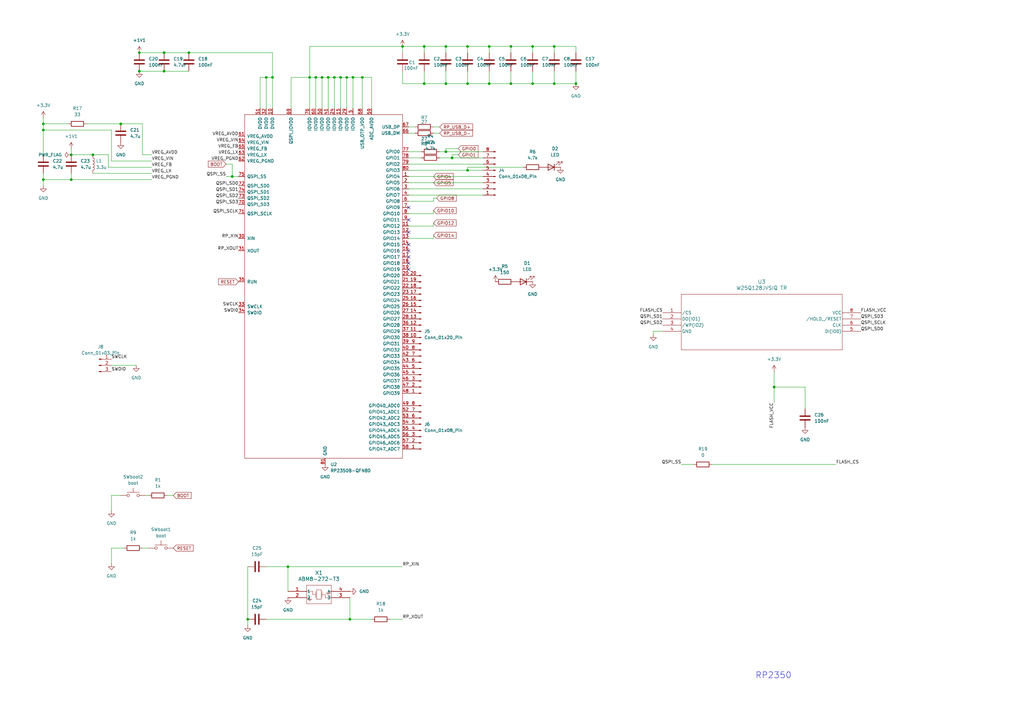
<source format=kicad_sch>
(kicad_sch (version 20250114) (generator "eeschema") (generator_version "9.0")
  (paper "A3")
  (lib_symbols
    (symbol "ABM8-272-T3_C20625731:ABM8-272-T3" (pin_names (offset 0.254))
      (property "Reference" "X" (at 12.7 7.62 0))
      (property "Value" "ABM8-272-T3" (at 12.7 5.08 0))
      (symbol "ABM8-272-T3_0_1"
        (pin unspecified line (at 0 0 0) (length 7.62) (name "1") (number "1"))
        (pin unspecified line (at 0 -2.54 0) (length 7.62) (name "2") (number "2"))
        (pin unspecified line (at 25.4 0 180) (length 7.62) (name "4") (number "4"))
        (pin unspecified line (at 25.4 -2.54 180) (length 7.62) (name "3") (number "3"))
      )
    )
    (symbol "Connector:Conn_01x03_Pin" (pin_names (offset 1.016) (hide yes))
      (property "Reference" "J" (at 0 5.08 0))
      (property "Value" "Conn_01x03_Pin" (at 0 -5.08 0))
      (symbol "Conn_01x03_Pin_1_1"
        (pin passive line (at 5.08 2.54 180) (length 3.81) (name "Pin_1") (number "1"))
        (pin passive line (at 5.08 0 180) (length 3.81) (name "Pin_2") (number "2"))
        (pin passive line (at 5.08 -2.54 180) (length 3.81) (name "Pin_3") (number "3"))
      )
    )
    (symbol "Connector:Conn_01x08_Pin" (pin_names (offset 1.016) (hide yes))
      (property "Reference" "J" (at 0 10.16 0))
      (property "Value" "Conn_01x08_Pin" (at 0 -12.7 0))
      (symbol "Conn_01x08_Pin_1_1"
        (pin passive line (at 5.08 7.62 180) (length 3.81) (name "Pin_1") (number "1"))
        (pin passive line (at 5.08 5.08 180) (length 3.81) (name "Pin_2") (number "2"))
        (pin passive line (at 5.08 2.54 180) (length 3.81) (name "Pin_3") (number "3"))
        (pin passive line (at 5.08 0 180) (length 3.81) (name "Pin_4") (number "4"))
        (pin passive line (at 5.08 -2.54 180) (length 3.81) (name "Pin_5") (number "5"))
        (pin passive line (at 5.08 -5.08 180) (length 3.81) (name "Pin_6") (number "6"))
        (pin passive line (at 5.08 -7.62 180) (length 3.81) (name "Pin_7") (number "7"))
        (pin passive line (at 5.08 -10.16 180) (length 3.81) (name "Pin_8") (number "8"))
      )
    )
    (symbol "Connector:Conn_01x20_Pin" (pin_names (offset 1.016) (hide yes))
      (property "Reference" "J" (at 0 25.4 0))
      (property "Value" "Conn_01x20_Pin" (at 0 -27.94 0))
      (symbol "Conn_01x20_Pin_1_1"
        (pin passive line (at 5.08 22.86 180) (length 3.81) (name "Pin_1") (number "1"))
        (pin passive line (at 5.08 20.32 180) (length 3.81) (name "Pin_2") (number "2"))
        (pin passive line (at 5.08 17.78 180) (length 3.81) (name "Pin_3") (number "3"))
        (pin passive line (at 5.08 15.24 180) (length 3.81) (name "Pin_4") (number "4"))
        (pin passive line (at 5.08 12.7 180) (length 3.81) (name "Pin_5") (number "5"))
        (pin passive line (at 5.08 10.16 180) (length 3.81) (name "Pin_6") (number "6"))
        (pin passive line (at 5.08 7.62 180) (length 3.81) (name "Pin_7") (number "7"))
        (pin passive line (at 5.08 5.08 180) (length 3.81) (name "Pin_8") (number "8"))
        (pin passive line (at 5.08 2.54 180) (length 3.81) (name "Pin_9") (number "9"))
        (pin passive line (at 5.08 0 180) (length 3.81) (name "Pin_10") (number "10"))
        (pin passive line (at 5.08 -2.54 180) (length 3.81) (name "Pin_11") (number "11"))
        (pin passive line (at 5.08 -5.08 180) (length 3.81) (name "Pin_12") (number "12"))
        (pin passive line (at 5.08 -7.62 180) (length 3.81) (name "Pin_13") (number "13"))
        (pin passive line (at 5.08 -10.16 180) (length 3.81) (name "Pin_14") (number "14"))
        (pin passive line (at 5.08 -12.7 180) (length 3.81) (name "Pin_15") (number "15"))
        (pin passive line (at 5.08 -15.24 180) (length 3.81) (name "Pin_16") (number "16"))
        (pin passive line (at 5.08 -17.78 180) (length 3.81) (name "Pin_17") (number "17"))
        (pin passive line (at 5.08 -20.32 180) (length 3.81) (name "Pin_18") (number "18"))
        (pin passive line (at 5.08 -22.86 180) (length 3.81) (name "Pin_19") (number "19"))
        (pin passive line (at 5.08 -25.4 180) (length 3.81) (name "Pin_20") (number "20"))
      )
    )
    (symbol "Device:C" (pin_numbers (hide yes)) (pin_names (offset 0.254))
      (property "Reference" "C" (at 0.635 2.54 0))
      (property "Value" "C" (at 0.635 -2.54 0))
      (symbol "C_1_1"
        (pin passive line (at 0 3.81 270) (length 2.794) (name "~") (number "1"))
        (pin passive line (at 0 -3.81 90) (length 2.794) (name "~") (number "2"))
      )
    )
    (symbol "Device:L" (pin_numbers (hide yes)) (pin_names (offset 1.016) (hide yes))
      (property "Reference" "L" (at -1.27 0 90))
      (property "Value" "L" (at 1.905 0 90))
      (symbol "L_1_1"
        (pin passive line (at 0 3.81 270) (length 1.27) (name "1") (number "1"))
        (pin passive line (at 0 -3.81 90) (length 1.27) (name "2") (number "2"))
      )
    )
    (symbol "Device:LED" (pin_numbers (hide yes)) (pin_names (offset 1.016) (hide yes))
      (property "Reference" "D" (at 0 2.54 0))
      (property "Value" "LED" (at 0 -2.54 0))
      (symbol "LED_1_1"
        (pin passive line (at -3.81 0 0) (length 2.54) (name "K") (number "1"))
        (pin passive line (at 3.81 0 180) (length 2.54) (name "A") (number "2"))
      )
    )
    (symbol "Device:R" (pin_numbers (hide yes)) (pin_names (offset 0))
      (property "Reference" "R" (at 2.032 0 90))
      (property "Value" "R" (at 0 0 90))
      (symbol "R_1_1"
        (pin passive line (at 0 3.81 270) (length 1.27) (name "~") (number "1"))
        (pin passive line (at 0 -3.81 90) (length 1.27) (name "~") (number "2"))
      )
    )
    (symbol "Switch:SW_Push" (pin_numbers (hide yes)) (pin_names (offset 1.016) (hide yes))
      (property "Reference" "SW" (at 1.27 2.54 0))
      (property "Value" "SW_Push" (at 0 -1.524 0))
      (symbol "SW_Push_0_1"
        (pin passive line (at -5.08 0 0) (length 2.54) (name "1") (number "1"))
        (pin passive line (at 5.08 0 180) (length 2.54) (name "2") (number "2"))
      )
    )
    (symbol "W25Q128JVSIQ_TR:W25Q128JVSIQ_TR" (pin_names (offset 0.254))
      (property "Reference" "U" (at 40.64 12.7 0))
      (property "Value" "W25Q128JVSIQ TR" (at 40.64 10.16 0))
      (symbol "W25Q128JVSIQ_TR_0_1"
        (pin input line (at 0 0 0) (length 7.62) (name "/CS") (number "1"))
        (pin bidirectional line (at 0 -2.54 0) (length 7.62) (name "DO(IO1)") (number "2"))
        (pin bidirectional line (at 0 -5.08 0) (length 7.62) (name "/WP(IO2)") (number "3"))
        (pin power_in line (at 81.28 0 180) (length 7.62) (name "VCC") (number "8"))
        (pin bidirectional line (at 81.28 -2.54 180) (length 7.62) (name "/HOLD_/RESET") (number "7"))
        (pin input line (at 81.28 -5.08 180) (length 7.62) (name "CLK") (number "6"))
        (pin bidirectional line (at 81.28 -7.62 180) (length 7.62) (name "DI(IO0)") (number "5"))
      )
      (symbol "W25Q128JVSIQ_TR_1_1"
        (pin input line (at 0 -7.62 0) (length 7.62) (name "GND") (number "4"))
      )
    )
    (symbol "power:+1V1" (power) (pin_numbers (hide yes)) (pin_names (offset 0) (hide yes))
      (property "Value" "+1V1" (at 0 3.556 0))
      (symbol "+1V1_1_1"
        (pin power_in line (at 0 0 90) (length 0) (name "~") (number "1"))
      )
    )
    (symbol "power:+3.3V" (power) (pin_numbers (hide yes)) (pin_names (offset 0) (hide yes))
      (property "Value" "+3.3V" (at 0 3.556 0))
      (symbol "+3.3V_1_1"
        (pin power_in line (at 0 0 90) (length 0) (name "~") (number "1"))
      )
    )
    (symbol "power:GND" (power) (pin_numbers (hide yes)) (pin_names (offset 0) (hide yes))
      (property "Value" "GND" (at 0 -3.81 0))
      (symbol "GND_1_1"
        (pin power_in line (at 0 0 270) (length 0) (name "~") (number "1"))
      )
    )
    (symbol "power:PWR_FLAG" (power) (pin_numbers (hide yes)) (pin_names (offset 0) (hide yes))
      (property "Value" "PWR_FLAG" (at 0 3.81 0))
      (symbol "PWR_FLAG_0_0"
        (pin power_out line (at 0 0 90) (length 0) (name "~") (number "1"))
      )
    )
    (symbol "rp2350b-qfn80:RP2350B-QFN80" (pin_names (offset 1.016))
      (property "Reference" "U" (at 0 -1.27 0))
      (property "Value" "RP2350B-QFN80" (at 0 1.27 0))
      (symbol "RP2350B-QFN80_1_0"
        (pin passive line (at 0 -77.47 90) (length 2.54) (name "GND") (number "81"))
      )
      (symbol "RP2350B-QFN80_1_1"
        (pin power_in line (at -35.56 57.15 0) (length 2.54) (name "VREG_AVDD") (number "61"))
        (pin power_in line (at -35.56 54.61 0) (length 2.54) (name "VREG_VIN") (number "64"))
        (pin power_in line (at -35.56 52.07 0) (length 2.54) (name "VREG_FB") (number "65"))
        (pin power_out line (at -35.56 49.53 0) (length 2.54) (name "VREG_LX") (number "63"))
        (pin passive line (at -35.56 46.99 0) (length 2.54) (name "VREG_PGND") (number "62"))
        (pin bidirectional line (at -35.56 40.64 0) (length 2.54) (name "QSPI_SS") (number "75"))
        (pin bidirectional line (at -35.56 36.83 0) (length 2.54) (name "QSPI_SD0") (number "72"))
        (pin bidirectional line (at -35.56 34.29 0) (length 2.54) (name "QSPI_SD1") (number "74"))
        (pin bidirectional line (at -35.56 31.75 0) (length 2.54) (name "QSPI_SD2") (number "73"))
        (pin bidirectional line (at -35.56 29.21 0) (length 2.54) (name "QSPI_SD3") (number "70"))
        (pin bidirectional line (at -35.56 25.4 0) (length 2.54) (name "QSPI_SCLK") (number "71"))
        (pin input line (at -35.56 15.24 0) (length 2.54) (name "XIN") (number "30"))
        (pin output line (at -35.56 10.16 0) (length 2.54) (name "XOUT") (number "31"))
        (pin input line (at -35.56 -2.54 0) (length 2.54) (name "RUN") (number "35"))
        (pin bidirectional line (at -35.56 -12.7 0) (length 2.54) (name "SWCLK") (number "33"))
        (pin bidirectional line (at -35.56 -15.24 0) (length 2.54) (name "SWDIO") (number "34"))
        (pin power_in line (at -26.67 68.58 270) (length 2.54) (name "DVDD") (number "51"))
        (pin power_in line (at -24.13 68.58 270) (length 2.54) (name "DVDD") (number "32"))
        (pin power_in line (at -21.59 68.58 270) (length 2.54) (name "DVDD") (number "10"))
        (pin bidirectional line (at -13.97 68.58 270) (length 2.54) (name "QSPI_IOVDD") (number "69"))
        (pin power_in line (at -6.35 68.58 270) (length 2.54) (name "IOVDD") (number "76"))
        (pin power_in line (at -3.81 68.58 270) (length 2.54) (name "IOVDD") (number "60"))
        (pin power_in line (at -1.27 68.58 270) (length 2.54) (name "IOVDD") (number "50"))
        (pin power_in line (at 1.27 68.58 270) (length 2.54) (name "IOVDD") (number "41"))
        (pin power_in line (at 3.81 68.58 270) (length 2.54) (name "IOVDD") (number "24"))
        (pin power_in line (at 6.35 68.58 270) (length 2.54) (name "IOVDD") (number "15"))
        (pin power_in line (at 8.89 68.58 270) (length 2.54) (name "IOVDD") (number "29"))
        (pin power_in line (at 11.43 68.58 270) (length 2.54) (name "IOVDD") (number "5"))
        (pin power_in line (at 15.24 68.58 270) (length 2.54) (name "USB_OTP_VDD") (number "68"))
        (pin power_in line (at 19.05 68.58 270) (length 2.54) (name "ADC_AVDD") (number "59"))
        (pin bidirectional line (at 34.29 60.96 180) (length 2.54) (name "USB_DP") (number "67"))
        (pin bidirectional line (at 34.29 58.42 180) (length 2.54) (name "USB_DM") (number "66"))
        (pin bidirectional line (at 34.29 50.8 180) (length 2.54) (name "GPIO0") (number "77"))
        (pin bidirectional line (at 34.29 48.26 180) (length 2.54) (name "GPIO1") (number "78"))
        (pin bidirectional line (at 34.29 45.72 180) (length 2.54) (name "GPIO2") (number "79"))
        (pin bidirectional line (at 34.29 43.18 180) (length 2.54) (name "GPIO3") (number "80"))
        (pin bidirectional line (at 34.29 40.64 180) (length 2.54) (name "GPIO4") (number "1"))
        (pin bidirectional line (at 34.29 38.1 180) (length 2.54) (name "GPIO5") (number "2"))
        (pin bidirectional line (at 34.29 35.56 180) (length 2.54) (name "GPIO6") (number "3"))
        (pin bidirectional line (at 34.29 33.02 180) (length 2.54) (name "GPIO7") (number "4"))
        (pin bidirectional line (at 34.29 30.48 180) (length 2.54) (name "GPIO8") (number "6"))
        (pin bidirectional line (at 34.29 27.94 180) (length 2.54) (name "GPIO9") (number "7"))
        (pin bidirectional line (at 34.29 25.4 180) (length 2.54) (name "GPIO10") (number "8"))
        (pin bidirectional line (at 34.29 22.86 180) (length 2.54) (name "GPIO11") (number "9"))
        (pin bidirectional line (at 34.29 20.32 180) (length 2.54) (name "GPIO12") (number "11"))
        (pin bidirectional line (at 34.29 17.78 180) (length 2.54) (name "GPIO13") (number "12"))
        (pin bidirectional line (at 34.29 15.24 180) (length 2.54) (name "GPIO14") (number "13"))
        (pin bidirectional line (at 34.29 12.7 180) (length 2.54) (name "GPIO15") (number "14"))
        (pin bidirectional line (at 34.29 10.16 180) (length 2.54) (name "GPIO16") (number "16"))
        (pin bidirectional line (at 34.29 7.62 180) (length 2.54) (name "GPIO17") (number "17"))
        (pin bidirectional line (at 34.29 5.08 180) (length 2.54) (name "GPIO18") (number "18"))
        (pin bidirectional line (at 34.29 2.54 180) (length 2.54) (name "GPIO19") (number "19"))
        (pin bidirectional line (at 34.29 0 180) (length 2.54) (name "GPIO20") (number "20"))
        (pin bidirectional line (at 34.29 -2.54 180) (length 2.54) (name "GPIO21") (number "21"))
        (pin bidirectional line (at 34.29 -5.08 180) (length 2.54) (name "GPIO22") (number "22"))
        (pin bidirectional line (at 34.29 -7.62 180) (length 2.54) (name "GPIO23") (number "23"))
        (pin bidirectional line (at 34.29 -10.16 180) (length 2.54) (name "GPIO24") (number "25"))
        (pin bidirectional line (at 34.29 -12.7 180) (length 2.54) (name "GPIO25") (number "26"))
        (pin bidirectional line (at 34.29 -15.24 180) (length 2.54) (name "GPIO26") (number "27"))
        (pin bidirectional line (at 34.29 -17.78 180) (length 2.54) (name "GPIO27") (number "28"))
        (pin bidirectional line (at 34.29 -20.32 180) (length 2.54) (name "GPIO28") (number "36"))
        (pin bidirectional line (at 34.29 -22.86 180) (length 2.54) (name "GPIO29") (number "37"))
        (pin bidirectional line (at 34.29 -25.4 180) (length 2.54) (name "GPIO30") (number "38"))
        (pin bidirectional line (at 34.29 -27.94 180) (length 2.54) (name "GPIO31") (number "39"))
        (pin bidirectional line (at 34.29 -30.48 180) (length 2.54) (name "GPIO32") (number "40"))
        (pin bidirectional line (at 34.29 -33.02 180) (length 2.54) (name "GPIO33") (number "42"))
        (pin bidirectional line (at 34.29 -35.56 180) (length 2.54) (name "GPIO34") (number "43"))
        (pin bidirectional line (at 34.29 -38.1 180) (length 2.54) (name "GPIO35") (number "44"))
        (pin bidirectional line (at 34.29 -40.64 180) (length 2.54) (name "GPIO36") (number "45"))
        (pin bidirectional line (at 34.29 -43.18 180) (length 2.54) (name "GPIO37") (number "46"))
        (pin bidirectional line (at 34.29 -45.72 180) (length 2.54) (name "GPIO38") (number "47"))
        (pin bidirectional line (at 34.29 -48.26 180) (length 2.54) (name "GPIO39") (number "48"))
        (pin bidirectional line (at 34.29 -53.34 180) (length 2.54) (name "GPIO40_ADC0") (number "49"))
        (pin bidirectional line (at 34.29 -55.88 180) (length 2.54) (name "GPIO41_ADC1") (number "52"))
        (pin bidirectional line (at 34.29 -58.42 180) (length 2.54) (name "GPIO42_ADC2") (number "53"))
        (pin bidirectional line (at 34.29 -60.96 180) (length 2.54) (name "GPIO43_ADC3") (number "54"))
        (pin bidirectional line (at 34.29 -63.5 180) (length 2.54) (name "GPIO44_ADC4") (number "55"))
        (pin bidirectional line (at 34.29 -66.04 180) (length 2.54) (name "GPIO45_ADC5") (number "56"))
        (pin bidirectional line (at 34.29 -68.58 180) (length 2.54) (name "GPIO46_ADC6") (number "57"))
        (pin bidirectional line (at 34.29 -71.12 180) (length 2.54) (name "GPIO47_ADC7") (number "58"))
      )
    )
  )
  (text "RP2350" (at 317.246 277.114 0) (effects (font (size 2.54 2.54))))
  (junction (at 137.16 31.75))
  (junction (at 127 31.75))
  (junction (at 57.15 21.59))
  (junction (at 200.66 34.29))
  (junction (at 143.51 254))
  (junction (at 17.78 73.66))
  (junction (at 173.99 19.05))
  (junction (at 144.78 31.75))
  (junction (at 227.33 34.29))
  (junction (at 236.22 34.29))
  (junction (at 118.11 232.41))
  (junction (at 111.76 31.75))
  (junction (at 209.55 19.05))
  (junction (at 317.5 158.75))
  (junction (at 218.44 34.29))
  (junction (at 134.62 31.75))
  (junction (at 17.78 50.8))
  (junction (at 67.31 29.21))
  (junction (at 185.42 64.77))
  (junction (at 191.77 19.05))
  (junction (at 29.21 73.66))
  (junction (at 109.22 31.75))
  (junction (at 77.47 21.59))
  (junction (at 182.88 62.23))
  (junction (at 173.99 34.29))
  (junction (at 67.31 21.59))
  (junction (at 95.25 72.39))
  (junction (at 227.33 19.05))
  (junction (at 209.55 34.29))
  (junction (at 191.77 69.85))
  (junction (at 29.21 63.5))
  (junction (at 165.1 19.05))
  (junction (at 132.08 31.75))
  (junction (at 17.78 53.34))
  (junction (at 101.6 254))
  (junction (at 49.53 50.8))
  (junction (at 182.88 19.05))
  (junction (at 139.7 31.75))
  (junction (at 200.66 19.05))
  (junction (at 57.15 29.21))
  (junction (at 148.59 31.75))
  (junction (at 38.1 63.5))
  (junction (at 129.54 31.75))
  (junction (at 191.77 34.29))
  (junction (at 218.44 19.05))
  (junction (at 142.24 31.75))
  (junction (at 182.88 34.29))
  (no_connect (at 167.64 105.41))
  (no_connect (at 167.64 95.25))
  (no_connect (at 167.64 100.33))
  (no_connect (at 167.64 102.87))
  (no_connect (at 167.64 110.49))
  (no_connect (at 167.64 90.17))
  (no_connect (at 167.64 107.95))
  (no_connect (at 167.64 85.09))
  (wire (pts (xy 127 31.75) (xy 127 19.05)))
  (wire (pts (xy 95.25 67.31) (xy 95.25 72.39)))
  (wire (pts (xy 62.23 68.58) (xy 44.45 68.58)))
  (wire (pts (xy 58.42 63.5) (xy 62.23 63.5)))
  (wire (pts (xy 142.24 31.75) (xy 139.7 31.75)))
  (wire (pts (xy 198.12 80.01) (xy 167.64 80.01)))
  (wire (pts (xy 142.24 31.75) (xy 144.78 31.75)))
  (wire (pts (xy 191.77 19.05) (xy 191.77 21.59)))
  (wire (pts (xy 173.99 29.21) (xy 173.99 34.29)))
  (wire (pts (xy 191.77 68.58) (xy 191.77 69.85)))
  (wire (pts (xy 143.51 254) (xy 152.4 254)))
  (wire (pts (xy 45.72 209.55) (xy 45.72 203.2)))
  (wire (pts (xy 227.33 29.21) (xy 227.33 34.29)))
  (wire (pts (xy 137.16 31.75) (xy 134.62 31.75)))
  (wire (pts (xy 29.21 60.96) (xy 29.21 63.5)))
  (wire (pts (xy 236.22 19.05) (xy 236.22 21.59)))
  (wire (pts (xy 167.64 64.77) (xy 172.72 64.77)))
  (wire (pts (xy 191.77 34.29) (xy 182.88 34.29)))
  (wire (pts (xy 209.55 19.05) (xy 209.55 21.59)))
  (wire (pts (xy 182.88 62.23) (xy 180.34 62.23)))
  (wire (pts (xy 177.8 52.07) (xy 180.34 52.07)))
  (wire (pts (xy 218.44 34.29) (xy 209.55 34.29)))
  (wire (pts (xy 317.5 158.75) (xy 317.5 165.1)))
  (wire (pts (xy 17.78 73.66) (xy 17.78 76.2)))
  (wire (pts (xy 185.42 64.77) (xy 198.12 64.77)))
  (wire (pts (xy 119.38 31.75) (xy 127 31.75)))
  (wire (pts (xy 68.58 203.2) (xy 71.12 203.2)))
  (wire (pts (xy 185.42 63.5) (xy 185.42 64.77)))
  (wire (pts (xy 177.8 87.63) (xy 167.64 87.63)))
  (wire (pts (xy 172.72 62.23) (xy 167.64 62.23)))
  (wire (pts (xy 187.96 63.5) (xy 185.42 63.5)))
  (wire (pts (xy 218.44 29.21) (xy 218.44 34.29)))
  (wire (pts (xy 109.22 254) (xy 143.51 254)))
  (wire (pts (xy 227.33 19.05) (xy 236.22 19.05)))
  (wire (pts (xy 191.77 69.85) (xy 167.64 69.85)))
  (wire (pts (xy 111.76 31.75) (xy 111.76 44.45)))
  (wire (pts (xy 182.88 60.96) (xy 182.88 62.23)))
  (wire (pts (xy 177.8 91.44) (xy 177.8 92.71)))
  (wire (pts (xy 177.8 54.61) (xy 180.34 54.61)))
  (wire (pts (xy 177.8 86.36) (xy 177.8 87.63)))
  (wire (pts (xy 38.1 71.12) (xy 62.23 71.12)))
  (wire (pts (xy 236.22 34.29) (xy 227.33 34.29)))
  (wire (pts (xy 179.07 81.28) (xy 177.8 81.28)))
  (wire (pts (xy 58.42 224.79) (xy 60.96 224.79)))
  (wire (pts (xy 182.88 21.59) (xy 182.88 19.05)))
  (wire (pts (xy 134.62 31.75) (xy 134.62 44.45)))
  (wire (pts (xy 198.12 67.31) (xy 167.64 67.31)))
  (wire (pts (xy 132.08 31.75) (xy 129.54 31.75)))
  (wire (pts (xy 67.31 21.59) (xy 77.47 21.59)))
  (wire (pts (xy 106.68 44.45) (xy 106.68 31.75)))
  (wire (pts (xy 45.72 149.86) (xy 55.88 149.86)))
  (wire (pts (xy 142.24 31.75) (xy 142.24 44.45)))
  (wire (pts (xy 58.42 63.5) (xy 58.42 50.8)))
  (wire (pts (xy 127 44.45) (xy 127 31.75)))
  (wire (pts (xy 101.6 232.41) (xy 101.6 254)))
  (wire (pts (xy 45.72 203.2) (xy 49.53 203.2)))
  (wire (pts (xy 317.5 158.75) (xy 330.2 158.75)))
  (wire (pts (xy 144.78 31.75) (xy 148.59 31.75)))
  (wire (pts (xy 200.66 19.05) (xy 209.55 19.05)))
  (wire (pts (xy 109.22 31.75) (xy 111.76 31.75)))
  (wire (pts (xy 267.97 135.89) (xy 271.78 135.89)))
  (wire (pts (xy 77.47 21.59) (xy 111.76 21.59)))
  (wire (pts (xy 144.78 44.45) (xy 144.78 31.75)))
  (wire (pts (xy 191.77 29.21) (xy 191.77 34.29)))
  (wire (pts (xy 165.1 19.05) (xy 173.99 19.05)))
  (wire (pts (xy 279.4 190.5) (xy 284.48 190.5)))
  (wire (pts (xy 200.66 29.21) (xy 200.66 34.29)))
  (wire (pts (xy 109.22 31.75) (xy 109.22 44.45)))
  (wire (pts (xy 236.22 29.21) (xy 236.22 34.29)))
  (wire (pts (xy 198.12 69.85) (xy 191.77 69.85)))
  (wire (pts (xy 17.78 50.8) (xy 27.94 50.8)))
  (wire (pts (xy 173.99 19.05) (xy 182.88 19.05)))
  (wire (pts (xy 182.88 34.29) (xy 173.99 34.29)))
  (wire (pts (xy 119.38 44.45) (xy 119.38 31.75)))
  (wire (pts (xy 45.72 53.34) (xy 17.78 53.34)))
  (wire (pts (xy 167.64 54.61) (xy 170.18 54.61)))
  (wire (pts (xy 17.78 50.8) (xy 17.78 53.34)))
  (wire (pts (xy 218.44 19.05) (xy 218.44 21.59)))
  (wire (pts (xy 129.54 31.75) (xy 127 31.75)))
  (wire (pts (xy 200.66 19.05) (xy 200.66 21.59)))
  (wire (pts (xy 118.11 232.41) (xy 165.1 232.41)))
  (wire (pts (xy 35.56 50.8) (xy 49.53 50.8)))
  (wire (pts (xy 57.15 29.21) (xy 67.31 29.21)))
  (wire (pts (xy 45.72 224.79) (xy 50.8 224.79)))
  (wire (pts (xy 29.21 71.12) (xy 29.21 73.66)))
  (wire (pts (xy 17.78 73.66) (xy 29.21 73.66)))
  (wire (pts (xy 330.2 158.75) (xy 330.2 167.64)))
  (wire (pts (xy 209.55 34.29) (xy 200.66 34.29)))
  (wire (pts (xy 177.8 81.28) (xy 177.8 82.55)))
  (wire (pts (xy 227.33 19.05) (xy 227.33 21.59)))
  (wire (pts (xy 44.45 68.58) (xy 44.45 63.5)))
  (wire (pts (xy 29.21 73.66) (xy 62.23 73.66)))
  (wire (pts (xy 58.42 50.8) (xy 49.53 50.8)))
  (wire (pts (xy 200.66 34.29) (xy 191.77 34.29)))
  (wire (pts (xy 177.8 97.79) (xy 167.64 97.79)))
  (wire (pts (xy 227.33 34.29) (xy 218.44 34.29)))
  (wire (pts (xy 139.7 31.75) (xy 139.7 44.45)))
  (wire (pts (xy 177.8 96.52) (xy 177.8 97.79)))
  (wire (pts (xy 17.78 53.34) (xy 17.78 63.5)))
  (wire (pts (xy 62.23 66.04) (xy 45.72 66.04)))
  (wire (pts (xy 182.88 29.21) (xy 182.88 34.29)))
  (wire (pts (xy 180.34 64.77) (xy 185.42 64.77)))
  (wire (pts (xy 44.45 63.5) (xy 38.1 63.5)))
  (wire (pts (xy 173.99 19.05) (xy 173.99 21.59)))
  (wire (pts (xy 214.63 68.58) (xy 191.77 68.58)))
  (wire (pts (xy 198.12 74.93) (xy 167.64 74.93)))
  (wire (pts (xy 198.12 72.39) (xy 167.64 72.39)))
  (wire (pts (xy 148.59 31.75) (xy 152.4 31.75)))
  (wire (pts (xy 191.77 19.05) (xy 200.66 19.05)))
  (wire (pts (xy 134.62 31.75) (xy 132.08 31.75)))
  (wire (pts (xy 267.97 137.16) (xy 267.97 135.89)))
  (wire (pts (xy 292.1 190.5) (xy 342.9 190.5)))
  (wire (pts (xy 165.1 19.05) (xy 165.1 21.59)))
  (wire (pts (xy 67.31 29.21) (xy 77.47 29.21)))
  (wire (pts (xy 109.22 232.41) (xy 118.11 232.41)))
  (wire (pts (xy 95.25 72.39) (xy 97.79 72.39)))
  (wire (pts (xy 187.96 60.96) (xy 182.88 60.96)))
  (wire (pts (xy 111.76 21.59) (xy 111.76 31.75)))
  (wire (pts (xy 17.78 71.12) (xy 17.78 73.66)))
  (wire (pts (xy 182.88 19.05) (xy 191.77 19.05)))
  (wire (pts (xy 167.64 52.07) (xy 170.18 52.07)))
  (wire (pts (xy 45.72 66.04) (xy 45.72 53.34)))
  (wire (pts (xy 182.88 62.23) (xy 198.12 62.23)))
  (wire (pts (xy 218.44 19.05) (xy 227.33 19.05)))
  (wire (pts (xy 17.78 48.26) (xy 17.78 50.8)))
  (wire (pts (xy 92.71 72.39) (xy 95.25 72.39)))
  (wire (pts (xy 132.08 31.75) (xy 132.08 44.45)))
  (wire (pts (xy 173.99 34.29) (xy 165.1 34.29)))
  (wire (pts (xy 29.21 63.5) (xy 38.1 63.5)))
  (wire (pts (xy 118.11 232.41) (xy 118.11 242.57)))
  (wire (pts (xy 152.4 44.45) (xy 152.4 31.75)))
  (wire (pts (xy 139.7 31.75) (xy 137.16 31.75)))
  (wire (pts (xy 209.55 19.05) (xy 218.44 19.05)))
  (wire (pts (xy 106.68 31.75) (xy 109.22 31.75)))
  (wire (pts (xy 129.54 31.75) (xy 129.54 44.45)))
  (wire (pts (xy 177.8 92.71) (xy 167.64 92.71)))
  (wire (pts (xy 165.1 34.29) (xy 165.1 29.21)))
  (wire (pts (xy 59.69 203.2) (xy 60.96 203.2)))
  (wire (pts (xy 137.16 31.75) (xy 137.16 44.45)))
  (wire (pts (xy 92.71 67.31) (xy 95.25 67.31)))
  (wire (pts (xy 143.51 245.11) (xy 143.51 254)))
  (wire (pts (xy 57.15 21.59) (xy 67.31 21.59)))
  (wire (pts (xy 101.6 254) (xy 101.6 256.54)))
  (wire (pts (xy 160.02 254) (xy 165.1 254)))
  (wire (pts (xy 45.72 231.14) (xy 45.72 224.79)))
  (wire (pts (xy 127 19.05) (xy 165.1 19.05)))
  (wire (pts (xy 198.12 77.47) (xy 167.64 77.47)))
  (wire (pts (xy 177.8 82.55) (xy 167.64 82.55)))
  (wire (pts (xy 209.55 29.21) (xy 209.55 34.29)))
  (wire (pts (xy 317.5 152.4) (xy 317.5 158.75)))
  (wire (pts (xy 148.59 31.75) (xy 148.59 44.45)))
  (label "SWDI0" (at 45.72 152.4 0))
  (label "SWDI0" (at 97.79 128.27 180))
  (label "VREG_FB" (at 62.23 68.58 0))
  (label "QSPI_SS" (at 92.71 72.39 180))
  (label "VREG_VIN" (at 62.23 66.04 0))
  (label "RP_XOUT" (at 97.79 102.87 180))
  (label "SWCLK" (at 45.72 147.32 0))
  (label "FLASH_VCC" (at 353.06 128.27 0))
  (label "QSPI_SD1" (at 97.79 78.74 180))
  (label "FLASH_CS" (at 342.9 190.5 0))
  (label "VREG_AVDD" (at 62.23 63.5 0))
  (label "VREG_PGND" (at 62.23 73.66 0))
  (label "RP_XIN" (at 165.1 232.41 0))
  (label "QSPI_SD2" (at 97.79 81.28 180))
  (label "QSPI_SD2" (at 271.78 133.35 180))
  (label "VREG_PGND" (at 97.79 66.04 180))
  (label "VREG_VIN" (at 97.79 58.42 180))
  (label "QSPI_SD3" (at 353.06 130.81 0))
  (label "FLASH_CS" (at 271.78 128.27 180))
  (label "QSPI_SS" (at 279.4 190.5 180))
  (label "QSPI_SCLK" (at 97.79 87.63 180))
  (label "QSPI_SD3" (at 97.79 83.82 180))
  (label "RP_XOUT" (at 165.1 254 0))
  (label "QSPI_SD0" (at 97.79 76.2 180))
  (label "QSPI_SD0" (at 353.06 135.89 0))
  (label "VREG_FB" (at 97.79 60.96 180))
  (label "VREG_AVDD" (at 97.79 55.88 180))
  (label "QSPI_SD1" (at 271.78 130.81 180))
  (label "VREG_LX" (at 62.23 71.12 0))
  (label "FLASH_VCC" (at 317.5 165.1 270))
  (label "VREG_LX" (at 97.79 63.5 180))
  (label "QSPI_SCLK" (at 353.06 133.35 0))
  (label "RP_XIN" (at 97.79 97.79 180))
  (label "SWCLK" (at 97.79 125.73 180))
  (global_label "GPIO14" (shape input) (at 177.8 96.52 0) (property "Intersheetrefs" "${INTERSHEET_REFS}" (effects (hide yes))))
  (global_label "GPIO8" (shape input) (at 179.07 81.28 0) (property "Intersheetrefs" "${INTERSHEET_REFS}" (effects (hide yes))))
  (global_label "GPIO5" (shape input) (at 177.8 74.93 0) (property "Intersheetrefs" "${INTERSHEET_REFS}" (effects (hide yes))))
  (global_label "BOOT" (shape input) (at 71.12 203.2 0) (property "Intersheetrefs" "${INTERSHEET_REFS}" (effects (hide yes))))
  (global_label "GPIO0" (shape input) (at 187.96 60.96 0) (property "Intersheetrefs" "${INTERSHEET_REFS}" (effects (hide yes))))
  (global_label "GPIO10" (shape input) (at 177.8 86.36 0) (property "Intersheetrefs" "${INTERSHEET_REFS}" (effects (hide yes))))
  (global_label "RP_USB_D-" (shape input) (at 180.34 54.61 0) (property "Intersheetrefs" "${INTERSHEET_REFS}" (effects (hide yes))))
  (global_label "BOOT" (shape input) (at 92.71 67.31 180) (property "Intersheetrefs" "${INTERSHEET_REFS}" (effects (hide yes))))
  (global_label "GPIO1" (shape input) (at 187.96 63.5 0) (property "Intersheetrefs" "${INTERSHEET_REFS}" (effects (hide yes))))
  (global_label "GPIO12" (shape input) (at 177.8 91.44 0) (property "Intersheetrefs" "${INTERSHEET_REFS}" (effects (hide yes))))
  (global_label "GPIO4" (shape input) (at 177.8 72.39 0) (property "Intersheetrefs" "${INTERSHEET_REFS}" (effects (hide yes))))
  (global_label "RESET" (shape input) (at 97.79 115.57 180) (property "Intersheetrefs" "${INTERSHEET_REFS}" (effects (hide yes))))
  (global_label "RESET" (shape input) (at 71.12 224.79 0) (property "Intersheetrefs" "${INTERSHEET_REFS}" (effects (hide yes))))
  (global_label "RP_USB_D+" (shape input) (at 180.34 52.07 0) (property "Intersheetrefs" "${INTERSHEET_REFS}" (effects (hide yes))))
  (symbol (lib_id "Connector:Conn_01x20_Pin") (at 172.72 138.43 180) (unit 1)
    (property "Reference" "J5" (at 173.99 135.8899 0) (effects (justify right)))
    (property "Value" "Conn_01x20_Pin" (at 173.99 138.4299 0) (effects (justify right)))
    (property "Footprint" "Connector_PinHeader_2.54mm:PinHeader_1x20_P2.54mm_Vertical" (effects (hide yes)))
    (property "Description" "Generic connector, single row, 01x20, script generated" (effects (hide yes)))
  )
  (symbol (lib_id "power:GND") (at 55.88 149.86 0) (unit 1)
    (property "Reference" "#PWR053" (effects (hide yes)))
    (property "Value" "GND" (at 55.88 154.94 0))
    (property "Description" "Power symbol creates a global label with name \"GND\" , ground" (effects (hide yes)))
  )
  (symbol (lib_id "Device:C") (at 218.44 25.4 0) (unit 1)
    (property "Reference" "C7" (at 222.25 24.1299 0) (effects (justify left)))
    (property "Value" "100nF" (at 222.25 26.6699 0) (effects (justify left)))
    (property "Footprint" "Capacitor_SMD:C_0603_1608Metric_Pad1.08x0.95mm_HandSolder" (effects (hide yes)))
    (property "Description" "Unpolarized capacitor" (effects (hide yes)))
  )
  (symbol (lib_id "Device:C") (at 227.33 25.4 0) (unit 1)
    (property "Reference" "C8" (at 231.14 24.1299 0) (effects (justify left)))
    (property "Value" "100nF" (at 231.14 26.6699 0) (effects (justify left)))
    (property "Footprint" "Capacitor_SMD:C_0603_1608Metric_Pad1.08x0.95mm_HandSolder" (effects (hide yes)))
    (property "Description" "Unpolarized capacitor" (effects (hide yes)))
  )
  (symbol (lib_id "power:GND") (at 218.44 115.57 0) (unit 1)
    (property "Reference" "#PWR07" (effects (hide yes)))
    (property "Value" "GND" (at 218.44 120.65 0))
    (property "Description" "Power symbol creates a global label with name \"GND\" , ground" (effects (hide yes)))
  )
  (symbol (lib_id "Device:C") (at 57.15 25.4 0) (unit 1)
    (property "Reference" "C20" (at 60.96 24.1299 0) (effects (justify left)))
    (property "Value" "100nF" (at 60.96 26.6699 0) (effects (justify left)))
    (property "Footprint" "Capacitor_SMD:C_0603_1608Metric_Pad1.08x0.95mm_HandSolder" (effects (hide yes)))
    (property "Description" "Unpolarized capacitor" (effects (hide yes)))
  )
  (symbol (lib_id "power:+3.3V") (at 17.78 48.26 0) (unit 1)
    (property "Reference" "#PWR050" (effects (hide yes)))
    (property "Value" "+3.3V" (at 17.78 43.18 0))
    (property "Description" "Power symbol creates a global label with name \"+3.3V\"" (effects (hide yes)))
  )
  (symbol (lib_id "power:GND") (at 229.87 68.58 0) (unit 1)
    (property "Reference" "#PWR011" (effects (hide yes)))
    (property "Value" "GND" (at 229.87 73.66 0))
    (property "Description" "Power symbol creates a global label with name \"GND\" , ground" (effects (hide yes)))
  )
  (symbol (lib_id "power:GND") (at 45.72 209.55 0) (unit 1)
    (property "Reference" "#PWR01" (effects (hide yes)))
    (property "Value" "GND" (at 45.72 214.63 0))
    (property "Description" "Power symbol creates a global label with name \"GND\" , ground" (effects (hide yes)))
  )
  (symbol (lib_id "Device:C") (at 49.53 54.61 0) (unit 1)
    (property "Reference" "C21" (at 53.34 53.3399 0) (effects (justify left)))
    (property "Value" "4.7u" (at 53.34 55.8799 0) (effects (justify left)))
    (property "Footprint" "Capacitor_SMD:C_0603_1608Metric_Pad1.08x0.95mm_HandSolder" (effects (hide yes)))
    (property "Description" "Unpolarized capacitor" (effects (hide yes)))
  )
  (symbol (lib_id "Device:R") (at 64.77 203.2 90) (unit 1)
    (property "Reference" "R1" (at 64.77 196.85 90))
    (property "Value" "1k" (at 64.77 199.39 90))
    (property "Footprint" "Resistor_SMD:R_0603_1608Metric_Pad0.98x0.95mm_HandSolder" (effects (hide yes)))
    (property "Description" "Resistor" (effects (hide yes)))
  )
  (symbol (lib_id "Device:C") (at 236.22 25.4 0) (unit 1)
    (property "Reference" "C17" (at 240.03 24.1299 0) (effects (justify left)))
    (property "Value" "100nF" (at 240.03 26.6699 0) (effects (justify left)))
    (property "Footprint" "Capacitor_SMD:C_0603_1608Metric_Pad1.08x0.95mm_HandSolder" (effects (hide yes)))
    (property "Description" "Unpolarized capacitor" (effects (hide yes)))
  )
  (symbol (lib_id "power:GND") (at 118.11 245.11 0) (unit 1)
    (property "Reference" "#PWR035" (effects (hide yes)))
    (property "Value" "GND" (at 118.11 250.19 0))
    (property "Description" "Power symbol creates a global label with name \"GND\" , ground" (effects (hide yes)))
  )
  (symbol (lib_id "Device:C") (at 330.2 171.45 0) (unit 1)
    (property "Reference" "C26" (at 334.01 170.1799 0) (effects (justify left)))
    (property "Value" "100nF" (at 334.01 172.7199 0) (effects (justify left)))
    (property "Footprint" "Capacitor_SMD:C_0603_1608Metric_Pad1.08x0.95mm_HandSolder" (effects (hide yes)))
    (property "Description" "Unpolarized capacitor" (effects (hide yes)))
  )
  (symbol (lib_id "Device:C") (at 105.41 254 90) (unit 1)
    (property "Reference" "C24" (at 105.41 246.38 90))
    (property "Value" "15pF" (at 105.41 248.92 90))
    (property "Footprint" "Capacitor_SMD:C_0603_1608Metric_Pad1.08x0.95mm_HandSolder" (effects (hide yes)))
    (property "Description" "Unpolarized capacitor" (effects (hide yes)))
  )
  (symbol (lib_id "Device:C") (at 17.78 67.31 0) (unit 1)
    (property "Reference" "C22" (at 21.59 66.0399 0) (effects (justify left)))
    (property "Value" "4.7u" (at 21.59 68.5799 0) (effects (justify left)))
    (property "Footprint" "Capacitor_SMD:C_0603_1608Metric_Pad1.08x0.95mm_HandSolder" (effects (hide yes)))
    (property "Description" "Unpolarized capacitor" (effects (hide yes)))
  )
  (symbol (lib_id "Switch:SW_Push") (at 54.61 203.2 0) (unit 1)
    (property "Reference" "SWboot2" (at 54.61 195.58 0))
    (property "Value" "boot" (at 54.61 198.12 0))
    (property "Footprint" "Button_Switch_SMD:SW_SPST_TL3342" (effects (hide yes)))
    (property "Description" "Push button switch, generic, two pins" (effects (hide yes)))
  )
  (symbol (lib_id "Device:R") (at 288.29 190.5 90) (unit 1)
    (property "Reference" "R19" (at 288.29 184.15 90))
    (property "Value" "0" (at 288.29 186.69 90))
    (property "Footprint" "Resistor_SMD:R_0603_1608Metric_Pad0.98x0.95mm_HandSolder" (effects (hide yes)))
    (property "Description" "Resistor" (effects (hide yes)))
  )
  (symbol (lib_id "Device:L") (at 38.1 67.31 0) (unit 1)
    (property "Reference" "L1" (at 39.37 66.0399 0) (effects (justify left)))
    (property "Value" "3.3u" (at 39.37 68.5799 0) (effects (justify left)))
    (property "Footprint" "Inductor_SMD:L_1210_3225Metric_Pad1.42x2.65mm_HandSolder" (effects (hide yes)))
    (property "Description" "Inductor" (effects (hide yes)))
  )
  (symbol (lib_id "power:GND") (at 57.15 29.21 0) (unit 1)
    (property "Reference" "#PWR014" (effects (hide yes)))
    (property "Value" "GND" (at 57.15 34.29 0))
    (property "Description" "Power symbol creates a global label with name \"GND\" , ground" (effects (hide yes)))
  )
  (symbol (lib_id "Device:C") (at 182.88 25.4 0) (unit 1)
    (property "Reference" "C3" (at 186.69 24.1299 0) (effects (justify left)))
    (property "Value" "100nF" (at 186.69 26.6699 0) (effects (justify left)))
    (property "Footprint" "Capacitor_SMD:C_0603_1608Metric_Pad1.08x0.95mm_HandSolder" (effects (hide yes)))
    (property "Description" "Unpolarized capacitor" (effects (hide yes)))
  )
  (symbol (lib_id "power:GND") (at 45.72 231.14 0) (unit 1)
    (property "Reference" "#PWR02" (effects (hide yes)))
    (property "Value" "GND" (at 45.72 236.22 0))
    (property "Description" "Power symbol creates a global label with name \"GND\" , ground" (effects (hide yes)))
  )
  (symbol (lib_id "Connector:Conn_01x08_Pin") (at 203.2 72.39 180) (unit 1)
    (property "Reference" "J4" (at 204.47 69.8499 0) (effects (justify right)))
    (property "Value" "Conn_01x08_Pin" (at 204.47 72.3899 0) (effects (justify right)))
    (property "Footprint" "Connector_PinHeader_2.54mm:PinHeader_1x08_P2.54mm_Vertical" (effects (hide yes)))
    (property "Description" "Generic connector, single row, 01x08, script generated" (effects (hide yes)))
  )
  (symbol (lib_id "Device:C") (at 209.55 25.4 0) (unit 1)
    (property "Reference" "C6" (at 213.36 24.1299 0) (effects (justify left)))
    (property "Value" "100nF" (at 213.36 26.6699 0) (effects (justify left)))
    (property "Footprint" "Capacitor_SMD:C_0603_1608Metric_Pad1.08x0.95mm_HandSolder" (effects (hide yes)))
    (property "Description" "Unpolarized capacitor" (effects (hide yes)))
  )
  (symbol (lib_id "power:GND") (at 143.51 242.57 90) (unit 1)
    (property "Reference" "#PWR036" (effects (hide yes)))
    (property "Value" "GND" (at 147.32 242.5699 90) (effects (justify right)))
    (property "Description" "Power symbol creates a global label with name \"GND\" , ground" (effects (hide yes)))
  )
  (symbol (lib_id "Device:R") (at 176.53 62.23 90) (unit 1)
    (property "Reference" "R4" (at 176.53 55.88 90))
    (property "Value" "4.7k" (at 176.53 58.42 90))
    (property "Footprint" "Resistor_SMD:R_0603_1608Metric_Pad0.98x0.95mm_HandSolder" (effects (hide yes)))
    (property "Description" "Resistor" (effects (hide yes)))
  )
  (symbol (lib_id "Switch:SW_Push") (at 66.04 224.79 0) (unit 1)
    (property "Reference" "SWboot1" (at 66.04 217.17 0))
    (property "Value" "boot" (at 66.04 219.71 0))
    (property "Footprint" "Button_Switch_SMD:SW_SPST_TL3342" (effects (hide yes)))
    (property "Description" "Push button switch, generic, two pins" (effects (hide yes)))
  )
  (symbol (lib_id "power:GND") (at 49.53 58.42 0) (unit 1)
    (property "Reference" "#PWR016" (effects (hide yes)))
    (property "Value" "GND" (at 49.53 63.5 0))
    (property "Description" "Power symbol creates a global label with name \"GND\" , ground" (effects (hide yes)))
  )
  (symbol (lib_id "power:GND") (at 330.2 175.26 0) (unit 1)
    (property "Reference" "#PWR08" (effects (hide yes)))
    (property "Value" "GND" (at 330.2 180.34 0))
    (property "Description" "Power symbol creates a global label with name \"GND\" , ground" (effects (hide yes)))
  )
  (symbol (lib_id "Device:R") (at 218.44 68.58 90) (unit 1)
    (property "Reference" "R6" (at 218.44 62.23 90))
    (property "Value" "4.7k" (at 218.44 64.77 90))
    (property "Footprint" "Resistor_SMD:R_0603_1608Metric_Pad0.98x0.95mm_HandSolder" (effects (hide yes)))
    (property "Description" "Resistor" (effects (hide yes)))
  )
  (symbol (lib_id "power:GND") (at 267.97 137.16 0) (unit 1)
    (property "Reference" "#PWR038" (effects (hide yes)))
    (property "Value" "GND" (at 267.97 142.24 0))
    (property "Description" "Power symbol creates a global label with name \"GND\" , ground" (effects (hide yes)))
  )
  (symbol (lib_id "Device:C") (at 191.77 25.4 0) (unit 1)
    (property "Reference" "C4" (at 195.58 24.1299 0) (effects (justify left)))
    (property "Value" "100nF" (at 195.58 26.6699 0) (effects (justify left)))
    (property "Footprint" "Capacitor_SMD:C_0603_1608Metric_Pad1.08x0.95mm_HandSolder" (effects (hide yes)))
    (property "Description" "Unpolarized capacitor" (effects (hide yes)))
  )
  (symbol (lib_id "Device:R") (at 173.99 52.07 90) (unit 1)
    (property "Reference" "R7" (at 173.99 48.26 90))
    (property "Value" "27" (at 173.99 50.038 90))
    (property "Footprint" "Resistor_SMD:R_0603_1608Metric_Pad0.98x0.95mm_HandSolder" (effects (hide yes)))
    (property "Description" "Resistor" (effects (hide yes)))
  )
  (symbol (lib_id "Connector:Conn_01x08_Pin") (at 172.72 176.53 180) (unit 1)
    (property "Reference" "J6" (at 173.99 173.9899 0) (effects (justify right)))
    (property "Value" "Conn_01x08_Pin" (at 173.99 176.5299 0) (effects (justify right)))
    (property "Footprint" "Connector_PinHeader_2.54mm:PinHeader_1x08_P2.54mm_Vertical" (effects (hide yes)))
    (property "Description" "Generic connector, single row, 01x08, script generated" (effects (hide yes)))
  )
  (symbol (lib_id "power:GND") (at 17.78 76.2 0) (unit 1)
    (property "Reference" "#PWR033" (effects (hide yes)))
    (property "Value" "GND" (at 17.78 81.28 0))
    (property "Description" "Power symbol creates a global label with name \"GND\" , ground" (effects (hide yes)))
  )
  (symbol (lib_id "power:+3.3V") (at 203.2 115.57 0) (unit 1)
    (property "Reference" "#PWR09" (effects (hide yes)))
    (property "Value" "+3.3V" (at 203.2 110.49 0))
    (property "Description" "Power symbol creates a global label with name \"+3.3V\"" (effects (hide yes)))
  )
  (symbol (lib_id "power:+3.3V") (at 317.5 152.4 0) (unit 1)
    (property "Reference" "#PWR010" (effects (hide yes)))
    (property "Value" "+3.3V" (at 317.5 147.32 0))
    (property "Description" "Power symbol creates a global label with name \"+3.3V\"" (effects (hide yes)))
  )
  (symbol (lib_id "power:GND") (at 101.6 256.54 0) (unit 1)
    (property "Reference" "#PWR037" (effects (hide yes)))
    (property "Value" "GND" (at 101.6 261.62 0))
    (property "Description" "Power symbol creates a global label with name \"GND\" , ground" (effects (hide yes)))
  )
  (symbol (lib_id "Device:R") (at 173.99 54.61 90) (unit 1)
    (property "Reference" "R8" (at 173.99 58.928 90))
    (property "Value" "27" (at 173.99 56.896 90))
    (property "Footprint" "Resistor_SMD:R_0603_1608Metric_Pad0.98x0.95mm_HandSolder" (effects (hide yes)))
    (property "Description" "Resistor" (effects (hide yes)))
  )
  (symbol (lib_id "Device:C") (at 173.99 25.4 0) (unit 1)
    (property "Reference" "C2" (at 177.8 24.1299 0) (effects (justify left)))
    (property "Value" "100nF" (at 177.8 26.6699 0) (effects (justify left)))
    (property "Footprint" "Capacitor_SMD:C_0603_1608Metric_Pad1.08x0.95mm_HandSolder" (effects (hide yes)))
    (property "Description" "Unpolarized capacitor" (effects (hide yes)))
  )
  (symbol (lib_id "power:+1V1") (at 57.15 21.59 0) (unit 1)
    (property "Reference" "#PWR015" (effects (hide yes)))
    (property "Value" "+1V1" (at 57.15 16.51 0))
    (property "Description" "Power symbol creates a global label with name \"+1V1\"" (effects (hide yes)))
  )
  (symbol (lib_id "power:GND") (at 133.35 190.5 0) (unit 1)
    (property "Reference" "#PWR039" (effects (hide yes)))
    (property "Value" "GND" (at 133.35 195.58 0))
    (property "Description" "Power symbol creates a global label with name \"GND\" , ground" (effects (hide yes)))
  )
  (symbol (lib_id "Device:R") (at 156.21 254 90) (unit 1)
    (property "Reference" "R18" (at 156.21 247.65 90))
    (property "Value" "1k" (at 156.21 250.19 90))
    (property "Footprint" "Resistor_SMD:R_0603_1608Metric_Pad0.98x0.95mm_HandSolder" (effects (hide yes)))
    (property "Description" "Resistor" (effects (hide yes)))
  )
  (symbol (lib_id "power:PWR_FLAG") (at 29.21 63.5 90) (unit 1)
    (property "Reference" "#FLG04" (effects (hide yes)))
    (property "Value" "PWR_FLAG" (at 25.4 63.4999 90) (effects (justify left)))
    (property "Description" "Special symbol for telling ERC where power comes from" (effects (hide yes)))
  )
  (symbol (lib_id "Device:LED") (at 214.63 115.57 180) (unit 1)
    (property "Reference" "D1" (at 216.2175 107.95 0))
    (property "Value" "LED" (at 216.2175 110.49 0))
    (property "Footprint" "LED_SMD:LED_1206_3216Metric_Pad1.42x1.75mm_HandSolder" (effects (hide yes)))
    (property "Description" "Light emitting diode" (effects (hide yes)))
    (property "Sim.Pins" "1=K 2=A" (effects (hide yes)))
  )
  (symbol (lib_id "Device:C") (at 77.47 25.4 0) (unit 1)
    (property "Reference" "C18" (at 81.28 24.1299 0) (effects (justify left)))
    (property "Value" "100nF" (at 81.28 26.6699 0) (effects (justify left)))
    (property "Footprint" "Capacitor_SMD:C_0603_1608Metric_Pad1.08x0.95mm_HandSolder" (effects (hide yes)))
    (property "Description" "Unpolarized capacitor" (effects (hide yes)))
  )
  (symbol (lib_id "Device:R") (at 31.75 50.8 90) (unit 1)
    (property "Reference" "R17" (at 31.75 44.45 90))
    (property "Value" "33" (at 31.75 46.99 90))
    (property "Footprint" "Resistor_SMD:R_0603_1608Metric_Pad0.98x0.95mm_HandSolder" (effects (hide yes)))
    (property "Description" "Resistor" (effects (hide yes)))
  )
  (symbol (lib_id "rp2350b-qfn80:RP2350B-QFN80") (at 133.35 113.03 0) (unit 1)
    (property "Reference" "U2" (at 135.4933 190.5 0) (effects (justify left)))
    (property "Value" "RP2350B-QFN80" (at 135.4933 193.04 0) (effects (justify left)))
    (property "Footprint" "Package_DFN_QFN:QFN-80-1EP_10x10mm_P0.4mm_EP3.4x3.4mm" (effects (hide yes)))
  )
  (symbol (lib_id "Device:R") (at 54.61 224.79 90) (unit 1)
    (property "Reference" "R9" (at 54.61 218.44 90))
    (property "Value" "1k" (at 54.61 220.98 90))
    (property "Footprint" "Resistor_SMD:R_0603_1608Metric_Pad0.98x0.95mm_HandSolder" (effects (hide yes)))
    (property "Description" "Resistor" (effects (hide yes)))
  )
  (symbol (lib_id "Device:C") (at 200.66 25.4 0) (unit 1)
    (property "Reference" "C5" (at 204.47 24.1299 0) (effects (justify left)))
    (property "Value" "100nF" (at 204.47 26.6699 0) (effects (justify left)))
    (property "Footprint" "Capacitor_SMD:C_0603_1608Metric_Pad1.08x0.95mm_HandSolder" (effects (hide yes)))
    (property "Description" "Unpolarized capacitor" (effects (hide yes)))
  )
  (symbol (lib_id "Device:C") (at 67.31 25.4 0) (unit 1)
    (property "Reference" "C19" (at 71.12 24.1299 0) (effects (justify left)))
    (property "Value" "4.7uF" (at 71.12 26.6699 0) (effects (justify left)))
    (property "Footprint" "Capacitor_SMD:C_0603_1608Metric_Pad1.08x0.95mm_HandSolder" (effects (hide yes)))
    (property "Description" "Unpolarized capacitor" (effects (hide yes)))
  )
  (symbol (lib_id "power:+3.3V") (at 165.1 19.05 0) (unit 1)
    (property "Reference" "#PWR040" (effects (hide yes)))
    (property "Value" "+3.3V" (at 165.1 13.97 0))
    (property "Description" "Power symbol creates a global label with name \"+3.3V\"" (effects (hide yes)))
  )
  (symbol (lib_id "Device:R") (at 176.53 64.77 90) (unit 1)
    (property "Reference" "R2" (at 176.53 58.42 90))
    (property "Value" "4.7k" (at 176.53 60.96 90))
    (property "Footprint" "Resistor_SMD:R_0603_1608Metric_Pad0.98x0.95mm_HandSolder" (effects (hide yes)))
    (property "Description" "Resistor" (effects (hide yes)))
  )
  (symbol (lib_id "Device:C") (at 105.41 232.41 90) (unit 1)
    (property "Reference" "C25" (at 105.41 224.79 90))
    (property "Value" "15pF" (at 105.41 227.33 90))
    (property "Footprint" "Capacitor_SMD:C_0603_1608Metric_Pad1.08x0.95mm_HandSolder" (effects (hide yes)))
    (property "Description" "Unpolarized capacitor" (effects (hide yes)))
  )
  (symbol (lib_id "W25Q128JVSIQ_TR:W25Q128JVSIQ_TR") (at 271.78 128.27 0) (unit 1)
    (property "Reference" "U3" (at 312.42 115.57 0) (effects (font (size 1.524 1.524))))
    (property "Value" "W25Q128JVSIQ TR" (at 312.42 118.11 0) (effects (font (size 1.524 1.524))))
    (property "Footprint" "W25Q128JVSIQ-TR:SOIC_208MIL_WIN" (effects (hide yes)))
    (property "Datasheet" "W25Q128JVSIQ TR" (effects (hide yes)))
  )
  (symbol (lib_id "Device:C") (at 29.21 67.31 0) (unit 1)
    (property "Reference" "C23" (at 33.02 66.0399 0) (effects (justify left)))
    (property "Value" "4.7u" (at 33.02 68.5799 0) (effects (justify left)))
    (property "Footprint" "Capacitor_SMD:C_0603_1608Metric_Pad1.08x0.95mm_HandSolder" (effects (hide yes)))
    (property "Description" "Unpolarized capacitor" (effects (hide yes)))
  )
  (symbol (lib_id "Device:C") (at 165.1 25.4 0) (unit 1)
    (property "Reference" "C1" (at 167.64 25.654 0) (effects (justify left)))
    (property "Value" "100nF" (at 165.608 27.94 0) (effects (justify left)))
    (property "Footprint" "Capacitor_SMD:C_0603_1608Metric_Pad1.08x0.95mm_HandSolder" (effects (hide yes)))
    (property "Description" "Unpolarized capacitor" (effects (hide yes)))
  )
  (symbol (lib_id "Device:R") (at 207.01 115.57 90) (unit 1)
    (property "Reference" "R5" (at 207.01 109.22 90))
    (property "Value" "150" (at 207.01 111.76 90))
    (property "Footprint" "Resistor_SMD:R_0603_1608Metric_Pad0.98x0.95mm_HandSolder" (effects (hide yes)))
    (property "Description" "Resistor" (effects (hide yes)))
  )
  (symbol (lib_id "power:+1V1") (at 29.21 60.96 0) (unit 1)
    (property "Reference" "#PWR034" (effects (hide yes)))
    (property "Value" "+1V1" (at 29.21 55.88 0))
    (property "Description" "Power symbol creates a global label with name \"+1V1\"" (effects (hide yes)))
  )
  (symbol (lib_id "power:GND") (at 236.22 34.29 0) (unit 1)
    (property "Reference" "#PWR013" (effects (hide yes)))
    (property "Value" "GND" (at 236.22 39.37 0))
    (property "Description" "Power symbol creates a global label with name \"GND\" , ground" (effects (hide yes)))
  )
  (symbol (lib_id "ABM8-272-T3_C20625731:ABM8-272-T3") (at 118.11 242.57 0) (unit 1)
    (property "Reference" "X1" (at 130.81 234.95 0) (effects (font (size 1.524 1.524))))
    (property "Value" "ABM8-272-T3" (at 130.81 237.49 0) (effects (font (size 1.524 1.524))))
    (property "Footprint" "ABM8-272-T3:ABM8-272-T3_ABR" (effects (hide yes)))
    (property "Datasheet" "ABM8-272-T3" (effects (hide yes)))
  )
  (symbol (lib_id "Device:LED") (at 226.06 68.58 180) (unit 1)
    (property "Reference" "D2" (at 227.6475 60.96 0))
    (property "Value" "LED" (at 227.6475 63.5 0))
    (property "Footprint" "LED_SMD:LED_1206_3216Metric_Pad1.42x1.75mm_HandSolder" (effects (hide yes)))
    (property "Description" "Light emitting diode" (effects (hide yes)))
    (property "Sim.Pins" "1=K 2=A" (effects (hide yes)))
  )
  (symbol (lib_id "Connector:Conn_01x03_Pin") (at 40.64 149.86 0) (unit 1)
    (property "Reference" "J8" (at 41.275 142.24 0))
    (property "Value" "Conn_01x03_Pin" (at 41.275 144.78 0))
    (property "Footprint" "Connector_PinHeader_2.54mm:PinHeader_1x03_P2.54mm_Vertical" (effects (hide yes)))
    (property "Description" "Generic connector, single row, 01x03, script generated" (effects (hide yes)))
  )
)
</source>
